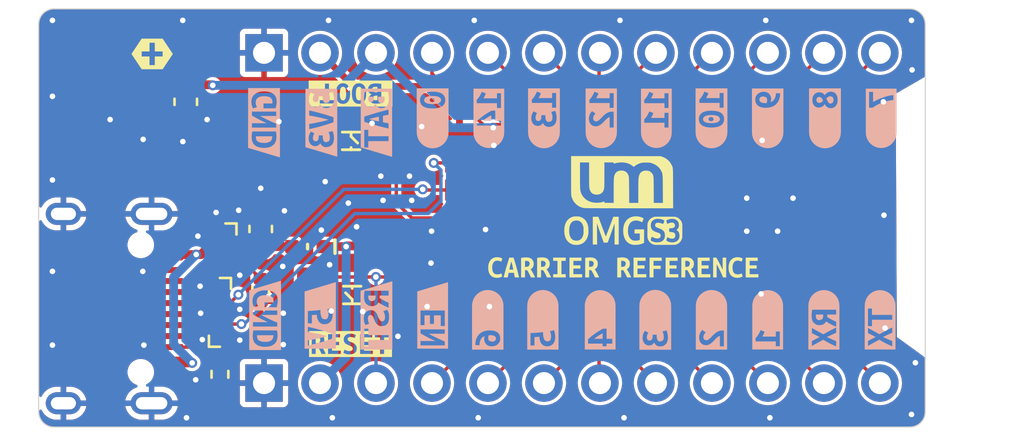
<source format=kicad_pcb>
(kicad_pcb (version 20240108) (generator "pcbnew") (generator_version "8.0")
  (layers (0 "F.Cu" signal) (31 "B.Cu" signal) (34 "B.Paste" user) (35 "F.Paste" user) (36 "B.SilkS" user "B.Silkscreen") (37 "F.SilkS" user "F.Silkscreen") (38 "B.Mask" user) (39 "F.Mask" user) (44 "Edge.Cuts" user))
  (net 0 "")
  (net 1 "/USB_P")
  (net 2 "GND")
  (net 3 "/5V")
  (net 4 "/D+")
  (net 5 "/D-")
  (net 6 "/CC2_USB0")
  (net 7 "/CC1_USB0")
  (net 8 "/IO0")
  (net 9 "/RESET")
  (net 10 "/BAT")
  (net 11 "/IO14")
  (net 12 "/IO8")
  (net 13 "/3V3")
  (net 14 "/IO11")
  (net 15 "/IO9")
  (net 16 "/IO12")
  (net 17 "/IO13")
  (net 18 "/IO10")
  (net 19 "/IO7")
  (net 20 "/IO3")
  (net 21 "/EN")
  (net 22 "/IO5")
  (net 23 "/IO2")
  (net 24 "/IO1")
  (net 25 "/RX0")
  (net 26 "/IO4")
  (net 27 "/IO6")
  (net 28 "/TX0")
  (footprint "Capacitor_SMD:C_0603_1608Metric" (layer "F.Cu") (at 124.85 101.5 -90)
    (property "Reference" "C1" (hide yes))
    (property "Value" "10uF" (hide yes))
    (pad "1" smd roundrect (at -0.775 0 270) (size 0.9 0.95) (layers "F.Cu" "F.Paste" "F.Mask") (net 2 "GND"))
    (pad "2" smd roundrect (at 0.775 0 270) (size 0.9 0.95) (layers "F.Cu" "F.Paste" "F.Mask") (net 1 "/USB_P"))
  )
  (footprint "Unexpected Maker:JST-PICOBLADE" (layer "F.Cu") (at 118.3164 95.775 90)
    (property "Reference" "J1" (hide yes))
    (property "Value" "Conn_01x02_Pin" (hide yes))
    (pad "1" smd roundrect (at -0.7 1.143 90) (size 0.65 1.524) (layers "F.Cu" "F.Paste" "F.Mask") (roundrect_rratio 0.1) (net 2 "GND"))
    (pad "2" smd roundrect (at 0.7 1.143 90) (size 0.65 1.524) (layers "F.Cu" "F.Paste" "F.Mask") (roundrect_rratio 0.1) (net 10 "/BAT"))
    (pad "SHLD1" smd roundrect (at -2.75 -1.0414 180) (size 2.8448 2.2) (layers "F.Cu" "F.Paste" "F.Mask") (roundrect_rratio 0.1))
    (pad "SHLD2" smd roundrect (at 2.75 -1.0414 180) (size 2.8448 2.2) (layers "F.Cu" "F.Paste" "F.Mask") (roundrect_rratio 0.1))
  )
  (footprint "Connector_PinHeader_2.54mm:PinHeader_1x12_P2.54mm_Vertical" (layer "F.Cu") (at 125 93.5 90)
    (property "Reference" "J2" (hide yes))
    (property "Value" "Conn_01x12_Socket" (hide yes))
    (pad "1" thru_hole rect (at 0 0 90) (size 1.7 1.7) (drill 1) (layers "*.Cu" "*.Mask") (net 2 "GND"))
    (pad "2" thru_hole oval (at 0 2.54 90) (size 1.7 1.7) (drill 1) (layers "*.Cu" "*.Mask") (net 13 "/3V3"))
    (pad "3" thru_hole oval (at 0 5.079999 90) (size 1.7 1.7) (drill 1) (layers "*.Cu" "*.Mask") (net 10 "/BAT"))
    (pad "4" thru_hole oval (at 0 7.62 90) (size 1.7 1.7) (drill 1) (layers "*.Cu" "*.Mask") (net 8 "/IO0"))
    (pad "5" thru_hole oval (at 0 10.16 90) (size 1.7 1.7) (drill 1) (layers "*.Cu" "*.Mask") (net 11 "/IO14"))
    (pad "6" thru_hole oval (at 0 12.7 90) (size 1.7 1.7) (drill 1) (layers "*.Cu" "*.Mask") (net 17 "/IO13"))
    (pad "7" thru_hole oval (at 0 15.24 90) (size 1.7 1.7) (drill 1) (layers "*.Cu" "*.Mask") (net 16 "/IO12"))
    (pad "8" thru_hole oval (at 0 17.780001 90) (size 1.7 1.7) (drill 1) (layers "*.Cu" "*.Mask") (net 14 "/IO11"))
    (pad "9" thru_hole oval (at 0 20.32 90) (size 1.7 1.7) (drill 1) (layers "*.Cu" "*.Mask") (net 18 "/IO10"))
    (pad "10" thru_hole oval (at 0 22.86 90) (size 1.7 1.7) (drill 1) (layers "*.Cu" "*.Mask") (net 15 "/IO9"))
    (pad "11" thru_hole oval (at 0 25.4 90) (size 1.7 1.7) (drill 1) (layers "*.Cu" "*.Mask") (net 12 "/IO8"))
    (pad "12" thru_hole oval (at 0 27.939999 90) (size 1.7 1.7) (drill 1) (layers "*.Cu" "*.Mask") (net 19 "/IO7"))
  )
  (footprint "Unexpected Maker:BTN_KMR2_4.6X2.8" (layer "F.Cu") (at 128.95 97.5)
    (property "Reference" "SW1" (hide yes))
    (property "Value" "KMR2" (hide yes))
    (pad "A" smd roundrect (at 2.05 -0.8) (size 0.9 0.9) (layers "F.Cu" "F.Paste" "F.Mask") (roundrect_rratio 0.1) (net 2 "GND"))
    (pad "A'" smd roundrect (at -2.05 -0.8) (size 0.9 0.9) (layers "F.Cu" "F.Paste" "F.Mask") (roundrect_rratio 0.1) (net 2 "GND"))
    (pad "B" smd roundrect (at 2.05 0.8) (size 0.9 0.9) (layers "F.Cu" "F.Paste" "F.Mask") (roundrect_rratio 0.1) (net 8 "/IO0"))
    (pad "B'" smd roundrect (at -2.05 0.8) (size 0.9 0.9) (layers "F.Cu" "F.Paste" "F.Mask") (roundrect_rratio 0.1) (net 8 "/IO0"))
  )
  (footprint "kibuzzard-66A3379E" (layer "F.Cu") (at 128.925 106.725)
    (property "Reference" "kibuzzard-66A3379E" (hide yes))
    (property "Value" "G***" (hide yes))
  )
  (footprint "kibuzzard-66C53217" (layer "F.Cu") (at 141.3 103.25)
    (property "Reference" "kibuzzard-66C53217" (hide yes))
    (property "Value" "G***" (hide yes))
  )
  (footprint "Resistor_SMD:R_0402_1005Metric" (layer "F.Cu") (at 123 108.1 90)
    (property "Reference" "R1" (hide yes))
    (property "Value" "5.1K" (hide yes))
    (pad "1" smd roundrect (at -0.509999 0 90) (size 0.54 0.64) (layers "F.Cu" "F.Paste" "F.Mask") (net 2 "GND"))
    (pad "2" smd roundrect (at 0.509999 0 90) (size 0.54 0.64) (layers "F.Cu" "F.Paste" "F.Mask") (net 6 "/CC2_USB0"))
  )
  (footprint "LOGO" (layer "F.Cu") (at 141.25 99.375)
    (property "Reference" "G***" (hide yes))
    (property "Value" "LOGO" (hide yes))
  )
  (footprint "Connector_PinHeader_2.54mm:PinHeader_1x12_P2.54mm_Vertical" (layer "F.Cu") (at 125 108.5 90)
    (property "Reference" "J3" (hide yes))
    (property "Value" "Conn_01x12_Socket" (hide yes))
    (pad "1" thru_hole rect (at 0 0 90) (size 1.7 1.7) (drill 1) (layers "*.Cu" "*.Mask") (net 2 "GND"))
    (pad "2" thru_hole oval (at 0 2.54 90) (size 1.7 1.7) (drill 1) (layers "*.Cu" "*.Mask") (net 3 "/5V"))
    (pad "3" thru_hole oval (at 0 5.08 90) (size 1.7 1.7) (drill 1) (layers "*.Cu" "*.Mask") (net 9 "/RESET"))
    (pad "4" thru_hole oval (at 0 7.62 90) (size 1.7 1.7) (drill 1) (layers "*.Cu" "*.Mask") (net 21 "/EN"))
    (pad "5" thru_hole oval (at 0 10.16 90) (size 1.7 1.7) (drill 1) (layers "*.Cu" "*.Mask") (net 27 "/IO6"))
    (pad "6" thru_hole oval (at 0 12.7 90) (size 1.7 1.7) (drill 1) (layers "*.Cu" "*.Mask") (net 22 "/IO5"))
    (pad "7" thru_hole oval (at 0 15.24 90) (size 1.7 1.7) (drill 1) (layers "*.Cu" "*.Mask") (net 26 "/IO4"))
    (pad "8" thru_hole oval (at 0 17.78 90) (size 1.7 1.7) (drill 1) (layers "*.Cu" "*.Mask") (net 20 "/IO3"))
    (pad "9" thru_hole oval (at 0 20.32 90) (size 1.7 1.7) (drill 1) (layers "*.Cu" "*.Mask") (net 23 "/IO2"))
    (pad "10" thru_hole oval (at 0 22.86 90) (size 1.7 1.7) (drill 1) (layers "*.Cu" "*.Mask") (net 24 "/IO1"))
    (pad "11" thru_hole oval (at 0 25.4 90) (size 1.7 1.7) (drill 1) (layers "*.Cu" "*.Mask") (net 25 "/RX0"))
    (pad "12" thru_hole oval (at 0 27.94 90) (size 1.7 1.7) (drill 1) (layers "*.Cu" "*.Mask") (net 28 "/TX0"))
  )
  (footprint "Resistor_SMD:R_0402_1005Metric" (layer "F.Cu") (at 124.85 104.275 90)
    (property "Reference" "R2" (hide yes))
    (property "Value" "5.1K" (hide yes))
    (pad "1" smd roundrect (at -0.509999 0 90) (size 0.54 0.64) (layers "F.Cu" "F.Paste" "F.Mask") (net 2 "GND"))
    (pad "2" smd roundrect (at 0.509999 0 90) (size 0.54 0.64) (layers "F.Cu" "F.Paste" "F.Mask") (net 7 "/CC1_USB0"))
  )
  (footprint "Unexpected Maker:BTN_KMR2_4.6X2.8" (layer "F.Cu") (at 129 104.5 180)
    (property "Reference" "SW2" (hide yes))
    (property "Value" "KMR2" (hide yes))
    (pad "A" smd roundrect (at 2.049999 -0.8 180) (size 0.9 0.9) (layers "F.Cu" "F.Paste" "F.Mask") (roundrect_rratio 0.1) (net 2 "GND"))
    (pad "A'" smd roundrect (at -2.049999 -0.8 180) (size 0.9 0.9) (layers "F.Cu" "F.Paste" "F.Mask") (roundrect_rratio 0.1) (net 2 "GND"))
    (pad "B" smd roundrect (at 2.049999 0.8 180) (size 0.9 0.9) (layers "F.Cu" "F.Paste" "F.Mask") (roundrect_rratio 0.1) (net 9 "/RESET"))
    (pad "B'" smd roundrect (at -2.049999 0.8 180) (size 0.9 0.9) (layers "F.Cu" "F.Paste" "F.Mask") (roundrect_rratio 0.1) (net 9 "/RESET"))
  )
  (footprint "kibuzzard-66A337D7" (layer "F.Cu") (at 128.925 95.35 180)
    (property "Reference" "kibuzzard-66A337D7" (hide yes))
    (property "Value" "G***" (hide yes))
  )
  (footprint "Unexpected Maker:X1-DFN1006-2" (layer "F.Cu") (at 123.25 101.95 -90)
    (property "Reference" "D2" (hide yes))
    (property "Value" "D_TVS" (hide yes))
    (pad "1" smd rect (at -0.349999 0 180) (size 0.7 0.4) (layers "F.Cu" "F.Paste" "F.Mask") (net 2 "GND"))
    (pad "2" smd rect (at 0.349999 0 180) (size 0.7 0.4) (layers "F.Cu" "F.Paste" "F.Mask") (net 1 "/USB_P"))
  )
  (footprint "Unexpected Maker:OMGS3" (layer "F.Cu") (at 133 106)
    (property "Reference" "U1" (hide yes))
    (property "Value" "~" (hide yes))
    (pad "1" smd rect (at 13.55 -0.88) (size 0.95 1.3) (layers "F.Cu" "F.Paste" "F.Mask") (net 28 "/TX0"))
    (pad "2" smd rect (at 12.28 -0.88) (size 0.95 1.3) (layers "F.Cu" "F.Paste" "F.Mask") (net 25 "/RX0"))
    (pad "3" smd rect (at 11.01 -0.88) (size 0.95 1.3) (layers "F.Cu" "F.Paste" "F.Mask") (net 24 "/IO1"))
    (pad "4" smd rect (at 9.74 -0.88) (size 0.95 1.3) (layers "F.Cu" "F.Paste" "F.Mask") (net 23 "/IO2"))
    (pad "5" smd rect (at 8.47 -0.88) (size 0.95 1.3) (layers "F.Cu" "F.Paste" "F.Mask") (net 20 "/IO3"))
    (pad "6" smd rect (at 7.2 -0.88) (size 0.95 1.3) (layers "F.Cu" "F.Paste" "F.Mask") (net 26 "/IO4"))
    (pad "7" smd rect (at 5.93 -0.88) (size 0.95 1.3) (layers "F.Cu" "F.Paste" "F.Mask") (net 22 "/IO5"))
    (pad "8" smd rect (at 4.66 -0.88) (size 0.95 1.3) (layers "F.Cu" "F.Paste" "F.Mask") (net 27 "/IO6"))
    (pad "9" smd rect (at 3.39 -0.88) (size 0.95 1.3) (layers "F.Cu" "F.Paste" "F.Mask") (net 21 "/EN"))
    (pad "10" smd rect (at 0.867 -0.99 90) (size 1.4 1.3) (layers "F.Cu" "F.Paste" "F.Mask") (net 2 "GND"))
    (pad "11" smd rect (at 0.867 -2.46 90) (size 0.95 1.3) (layers "F.Cu" "F.Paste" "F.Mask") (net 9 "/RESET"))
    (pad "12" smd rect (at 0.867 -3.73 90) (size 0.95 1.3) (layers "F.Cu" "F.Paste" "F.Mask") (net 3 "/5V"))
    (pad "13" smd rect (at 0.867 -5 90) (size 0.95 1.3) (layers "F.Cu" "F.Paste" "F.Mask") (net 8 "/IO0"))
    (pad "14" smd rect (at 0.867 -6.27 90) (size 0.95 1.3) (layers "F.Cu" "F.Paste" "F.Mask") (net 5 "/D-"))
    (pad "15" smd rect (at 0.867 -7.54 90) (size 0.95 1.3) (layers "F.Cu" "F.Paste" "F.Mask") (net 4 "/D+"))
    (pad "16" smd rect (at 0.867 -8.81 90) (size 0.95 1.3) (layers "F.Cu" "F.Paste" "F.Mask") (net 13 "/3V3"))
    (pad "17" smd rect (at 3.39 -9.12) (size 0.95 1.3) (layers "F.Cu" "F.Paste" "F.Mask") (net 10 "/BAT"))
    (pad "18" smd rect (at 4.66 -9.12) (size 0.95 1.3) (layers "F.Cu" "F.Paste" "F.Mask") (net 11 "/IO14"))
    (pad "19" smd rect (at 5.93 -9.12) (size 1 1.3) (layers "F.Cu" "F.Paste" "F.Mask") (net 17 "/IO13"))
    (pad "20" smd rect (at 7.2 -9.12) (size 0.95 1.3) (layers "F.Cu" "F.Paste" "F.Mask") (net 16 "/IO12"))
    (pad "21" smd rect (at 8.47 -9.12) (size 0.95 1.3) (layers "F.Cu" "F.Paste" "F.Mask") (net 14 "/IO11"))
    (pad "22" smd rect (at 9.74 -9.12) (size 0.95 1.3) (layers "F.Cu" "F.Paste" "F.Mask") (net 18 "/IO10"))
    (pad "23" smd rect (at 11.01 -9.12) (size 0.95 1.3) (layers "F.Cu" "F.Paste" "F.Mask") (net 15 "/IO9"))
    (pad "24" smd rect (at 12.28 -9.12) (size 0.95 1.3) (layers "F.Cu" "F.Paste" "F.Mask") (net 12 "/IO8"))
    (pad "25" smd rect (at 13.55 -9.12) (size 0.95 1.3) (layers "F.Cu" "F.Paste" "F.Mask") (net 19 "/IO7"))
    (pad "EXP" smd custom (at 15.307409 -5.1) (size 1.25 1.25) (layers "F.Cu" "F.Paste" "F.Mask") (net 2 "GND") (options (clearance outline) (anchor rect)) (primitives (gr_poly (pts (xy 1.06 0.2) (xy 0.2 1.04) (xy -1.65 1.04) (xy -1.65 -1.1) (xy 1.06 -1.1)) (width 0.1) (fill yes))))
  )
  (footprint "Unexpected Maker:USB-C-16P-LESSPASTE-2-Fixed-Sqr-Front" (layer "F.Cu") (at 117.188 105.115001 -90)
    (property "Reference" "U2" (hide yes))
    (property "Value" "USB_C16PIN" (hide yes))
    (pad "" np_thru_hole circle (at -2.890001 -2.22 270) (size 0.7 0.7) (drill 0.7) (layers "F&B.Cu" "*.Mask"))
    (pad "" np_thru_hole circle (at 2.890001 -2.22 270) (size 0.7 0.7) (drill 0.7) (layers "F&B.Cu" "*.Mask"))
    (pad "A5" smd roundrect (at -1.25 -3.51 90) (size 0.27 1.25) (layers "F.Cu" "F.Mask") (roundrect_rratio 0.1) (net 7 "/CC1_USB0"))
    (pad "A6" smd roundrect (at -0.25 -3.51 90) (size 0.27 1.25) (layers "F.Cu" "F.Mask") (roundrect_rratio 0.1) (net 4 "/D+"))
    (pad "A7" smd roundrect (at 0.25 -3.51 270) (size 0.27 1.25) (layers "F.Cu" "F.Mask") (roundrect_rratio 0.1) (net 5 "/D-"))
    (pad "A8" smd roundrect (at 1.25 -3.51 270) (size 0.27 1.25) (layers "F.Cu" "F.Mask") (roundrect_rratio 0.1))
    (pad "B5" smd roundrect (at 1.75 -3.51 270) (size 0.27 1.25) (layers "F.Cu" "F.Mask") (roundrect_rratio 0.1) (net 6 "/CC2_USB0"))
    (pad "B6" smd roundrect (at 0.75 -3.51 270) (size 0.27 1.25) (layers "F.Cu" "F.Mask") (roundrect_rratio 0.1) (net 4 "/D+"))
    (pad "B7" smd roundrect (at -0.75 -3.51 90) (size 0.27 1.25) (layers "F.Cu" "F.Mask") (roundrect_rratio 0.1) (net 5 "/D-"))
    (pad "B8" smd roundrect (at -1.75 -3.51 90) (size 0.27 1.25) (layers "F.Cu" "F.Mask") (roundrect_rratio 0.1))
    (pad "GND" smd roundrect (at -3.225 -3.51 90) (size 0.58 1.25) (layers "F.Cu" "F.Mask") (roundrect_rratio 0.1) (net 2 "GND"))
    (pad "GND2" smd roundrect (at 3.225 -3.51 270) (size 0.58 1.25) (layers "F.Cu" "F.Mask") (roundrect_rratio 0.1) (net 2 "GND"))
    (pad "SHLD" thru_hole oval (at -4.3 -2.71 270) (size 1 1.9) (drill oval 0.5588 1.43) (layers "*.Cu" "*.Mask") (net 2 "GND"))
    (pad "SHLD" thru_hole oval (at -4.3 1.29 270) (size 1 1.6) (drill oval 0.5588 1.14) (layers "*.Cu" "*.Mask") (net 2 "GND"))
    (pad "SHLD" thru_hole oval (at 4.3 -2.71 270) (size 1 1.9) (drill oval 0.5588 1.43) (layers "*.Cu" "*.Mask") (net 2 "GND"))
    (pad "SHLD" thru_hole oval (at 4.3 1.29 270) (size 1 1.6) (drill oval 0.5588 1.14) (layers "*.Cu" "*.Mask") (net 2 "GND"))
    (pad "VBUS1" smd roundrect (at -2.45 -3.51 90) (size 0.53 1.25) (layers "F.Cu" "F.Mask") (roundrect_rratio 0.1) (net 1 "/USB_P"))
    (pad "VBUS2" smd roundrect (at 2.45 -3.51 270) (size 0.53 1.25) (layers "F.Cu" "F.Mask") (roundrect_rratio 0.1) (net 1 "/USB_P"))
    (zone (net 0) (net_name "") (layers "F&B.Cu") (connect_pads (clearance 0)) (min_thickness 0.25)
      (keepout (tracks allowed) (vias allowed) (pads allowed) (copperpour not_allowed) (footprints allowed))
      (fill (thermal_gap 0.5) (thermal_bridge_width 0.5))
      (polygon (pts (xy 119.408 102.676886) (xy 119.535311 102.658581) (xy 119.652307 102.605151) (xy 119.749512 102.520922) (xy 119.819049 102.412721) (xy 119.855285 102.289311) (xy 119.855285 102.160691) (xy 119.819049 102.037281) (xy 119.749512 101.929078) (xy 119.652307 101.844851) (xy 119.535311 101.791422) (xy 119.408001 101.773116) (xy 119.28069 101.791421) (xy 119.163693 101.844851) (xy 119.066489 101.929079) (xy 118.996951 102.037281) (xy 118.960715 102.160691) (xy 118.960715 102.289311) (xy 118.996951 102.412721) (xy 119.066488 102.520922) (xy 119.163693 102.605151) (xy 119.280689 102.658581)))
    )
    (zone (net 0) (net_name "") (layers "F&B.Cu") (connect_pads (clearance 0)) (min_thickness 0.25)
      (keepout (tracks allowed) (vias allowed) (pads allowed) (copperpour not_allowed) (footprints allowed))
      (fill (thermal_gap 0.5) (thermal_bridge_width 0.5))
      (polygon (pts (xy 119.408 108.453306) (xy 119.535311 108.435001) (xy 119.652307 108.381571) (xy 119.749512 108.297343) (xy 119.819049 108.189141) (xy 119.855285 108.065731) (xy 119.855285 107.937111) (xy 119.81905 107.813701) (xy 119.749512 107.705499) (xy 119.652307 107.621271) (xy 119.535311 107.567841) (xy 119.408 107.549536) (xy 119.280689 107.567841) (xy 119.163692 107.621271) (xy 119.066488 107.705499) (xy 118.996951 107.813702) (xy 118.960715 107.937111) (xy 118.960715 108.065731) (xy 118.996951 108.189141) (xy 119.066488 108.297343) (xy 119.163693 108.381571) (xy 119.280689 108.435001)))
    )
  )
  (footprint "kibuzzard-66C531C2" (layer "F.Cu") (at 119.925 93.55)
    (property "Reference" "kibuzzard-66C531C2" (hide yes))
    (property "Value" "G***" (hide yes))
  )
  (footprint "LOGO" (layer "F.Cu") (at 141.3 101.575)
    (property "Reference" "G***" (hide yes))
    (property "Value" "LOGO" (hide yes))
  )
  (footprint "Capacitor_SMD:C_0603_1608Metric" (layer "F.Cu") (at 121.45 95.725 90)
    (property "Reference" "C2" (hide yes))
    (property "Value" "10uF" (hide yes))
    (pad "1" smd roundrect (at -0.775 0 90) (size 0.9 0.95) (layers "F.Cu" "F.Paste" "F.Mask") (net 2 "GND"))
    (pad "2" smd roundrect (at 0.775 0 90) (size 0.9 0.95) (layers "F.Cu" "F.Paste" "F.Mask") (net 10 "/BAT"))
  )
  (footprint "Unexpected Maker:SOD-523-MSK4010" (layer "F.Cu") (at 126.975 102.3)
    (property "Reference" "D1" (hide yes))
    (property "Value" "DIODE-SCHOTTKYWIDE" (hide yes))
    (pad "A" smd roundrect (at -0.71 0) (size 0.6 0.6) (layers "F.Cu" "F.Paste" "F.Mask") (roundrect_rratio 0.1) (net 1 "/USB_P"))
    (pad "C" smd roundrect (at 0.71 0) (size 0.6 0.6) (layers "F.Cu" "F.Paste" "F.Mask") (roundrect_rratio 0.1) (net 3 "/5V"))
  )
  (footprint "Unexpected Maker:X1-DFN1006-2" (layer "F.Cu") (at 123 106.15 90)
    (property "Reference" "D3" (hide yes))
    (property "Value" "D_TVS" (hide yes))
    (pad "1" smd rect (at -0.349999 0) (size 0.7 0.4) (layers "F.Cu" "F.Paste" "F.Mask") (net 2 "GND"))
    (pad "2" smd rect (at 0.349999 0) (size 0.7 0.4) (layers "F.Cu" "F.Paste" "F.Mask") (net 4 "/D+"))
  )
  (footprint "Unexpected Maker:X1-DFN1006-2" (layer "F.Cu") (at 123 104.425 -90)
    (property "Reference" "D4" (hide yes))
    (property "Value" "D_TVS" (hide yes))
    (pad "1" smd rect (at -0.349999 0 180) (size 0.7 0.4) (layers "F.Cu" "F.Paste" "F.Mask") (net 2 "GND"))
    (pad "2" smd rect (at 0.349999 0 180) (size 0.7 0.4) (layers "F.Cu" "F.Paste" "F.Mask") (net 5 "/D-"))
  )
  (footprint "kibuzzard-66BFF9F9" (layer "B.Cu") (at 132.649999 96.475 -90)
    (property "Reference" "kibuzzard-66BFF9F9" (hide yes))
    (property "Value" "G***" (hide yes))
  )
  (footprint "kibuzzard-66BFFA07" (layer "B.Cu") (at 142.8 96.475 -90)
    (property "Reference" "kibuzzard-66BFFA07" (hide yes))
    (property "Value" "G***" (hide yes))
  )
  (footprint "kibuzzard-66BFFB12" (layer "B.Cu") (at 127.55 105.425001 -90)
    (property "Reference" "kibuzzard-66BFFB12" (hide yes))
    (property "Value" "G***" (hide yes))
  )
  (footprint "kibuzzard-66BFFA1D" (layer "B.Cu") (at 150.449999 96.475001 -90)
    (property "Reference" "kibuzzard-66BFFA1D" (hide yes))
    (property "Value" "G***" (hide yes))
  )
  (footprint "kibuzzard-66BFF9E6" (layer "B.Cu") (at 125 96.675001 -90)
    (property "Reference" "kibuzzard-66BFF9E6" (hide yes))
    (property "Value" "G***" (hide yes))
  )
  (footprint "kibuzzard-66BFFB54" (layer "B.Cu") (at 145.3 105.625 -90)
    (property "Reference" "kibuzzard-66BFFB54" (hide yes))
    (property "Value" "G***" (hide yes))
  )
  (footprint "kibuzzard-66BFFB58" (layer "B.Cu") (at 147.850001 105.625 -90)
    (property "Reference" "kibuzzard-66BFFB58" (hide yes))
    (property "Value" "G***" (hide yes))
  )
  (footprint "kibuzzard-66BFFB52" (layer "B.Cu") (at 142.75 105.625 -90)
    (property "Reference" "kibuzzard-66BFFB52" (hide yes))
    (property "Value" "G***" (hide yes))
  )
  (footprint "kibuzzard-66BFFA03" (layer "B.Cu") (at 140.299999 96.475002 -90)
    (property "Reference" "kibuzzard-66BFFA03" (hide yes))
    (property "Value" "G***" (hide yes))
  )
  (footprint "kibuzzard-66BFFA19" (layer "B.Cu") (at 147.85 96.475 -90)
    (property "Reference" "kibuzzard-66BFFA19" (hide yes))
    (property "Value" "G***" (hide yes))
  )
  (footprint "kibuzzard-66BFFAE0" (layer "B.Cu") (at 132.65 105.425 -90)
    (property "Reference" "kibuzzard-66BFFAE0" (hide yes))
    (property "Value" "G***" (hide yes))
  )
  (footprint "kibuzzard-66BFFAF9" (layer "B.Cu") (at 130.1 105.425 -90)
    (property "Reference" "kibuzzard-66BFFAF9" (hide yes))
    (property "Value" "G***" (hide yes))
  )
  (footprint "kibuzzard-66BFFB21" (layer "B.Cu") (at 152.95 105.625 -90)
    (property "Reference" "kibuzzard-66BFFB21" (hide yes))
    (property "Value" "G***" (hide yes))
  )
  (footprint "kibuzzard-66BFFB0C" (layer "B.Cu") (at 125.05 105.425001 -90)
    (property "Reference" "kibuzzard-66BFFB0C" (hide yes))
    (property "Value" "G***" (hide yes))
  )
  (footprint "kibuzzard-66BFFB47" (layer "B.Cu") (at 135.15 105.625 -90)
    (property "Reference" "kibuzzard-66BFFB47" (hide yes))
    (property "Value" "G***" (hide yes))
  )
  (footprint "kibuzzard-66BFF9F3" (layer "B.Cu") (at 135.199998 96.475001 -90)
    (property "Reference" "kibuzzard-66BFF9F3" (hide yes))
    (property "Value" "G***" (hide yes))
  )
  (footprint "kibuzzard-66BFF9FE" (layer "B.Cu") (at 137.699998 96.475001 -90)
    (property "Reference" "kibuzzard-66BFF9FE" (hide yes))
    (property "Value" "G***" (hide yes))
  )
  (footprint "kibuzzard-66BFF9DF" (layer "B.Cu") (at 130.1 96.675 -90)
    (property "Reference" "kibuzzard-66BFF9DF" (hide yes))
    (property "Value" "G***" (hide yes))
  )
  (footprint "kibuzzard-66BFFA21" (layer "B.Cu") (at 152.999999 96.475 -90)
    (property "Reference" "kibuzzard-66BFFA21" (hide yes))
    (property "Value" "G***" (hide yes))
  )
  (footprint "kibuzzard-66BFFB5D" (layer "B.Cu") (at 150.4 105.625 -90)
    (property "Reference" "kibuzzard-66BFFB5D" (hide yes))
    (property "Value" "G***" (hide yes))
  )
  (footprint "kibuzzard-66BFFB4C" (layer "B.Cu") (at 137.649998 105.625 -90)
    (property "Reference" "kibuzzard-66BFFB4C" (hide yes))
    (property "Value" "G***" (hide yes))
  )
  (footprint "kibuzzard-66BFF9CC" (layer "B.Cu") (at 127.6 96.675 -90)
    (property "Reference" "kibuzzard-66BFF9CC" (hide yes))
    (property "Value" "G***" (hide yes))
  )
  (footprint "kibuzzard-66BFFA15" (layer "B.Cu") (at 145.3 96.475 -90)
    (property "Reference" "kibuzzard-66BFFA15" (hide yes))
    (property "Value" "G***" (hide yes))
  )
  (footprint "kibuzzard-66BFFB4F" (layer "B.Cu") (at 140.25 105.625 -90)
    (property "Reference" "kibuzzard-66BFFB4F" (hide yes))
    (property "Value" "G***" (hide yes))
  )
  (gr_arc (start 115.475 110.5) (mid 114.980025 110.294975) (end 114.775 109.8) (stroke (width 0.05)) (layer "Edge.Cuts"))
  (gr_arc (start 114.775 92.2) (mid 114.980025 91.705025) (end 115.475 91.5) (stroke (width 0.05)) (layer "Edge.Cuts"))
  (gr_arc (start 154.3 91.5) (mid 154.794975 91.705025) (end 155 92.2) (stroke (width 0.05)) (layer "Edge.Cuts"))
  (gr_line (start 155 109.8) (end 155 92.2) (stroke (width 0.05)) (layer "Edge.Cuts"))
  (gr_line (start 114.775 92.2) (end 114.775 109.8) (stroke (width 0.05)) (layer "Edge.Cuts"))
  (gr_line (start 115.475 110.5) (end 154.3 110.5) (stroke (width 0.05)) (layer "Edge.Cuts"))
  (gr_arc (start 155 109.8) (mid 154.794975 110.294975) (end 154.3 110.5) (stroke (width 0.05)) (layer "Edge.Cuts"))
  (gr_line (start 154.3 91.5) (end 115.475 91.5) (stroke (width 0.05)) (layer "Edge.Cuts"))
  (segment (start 122.139999 102.660001) (end 122.500001 102.299999) (width 0.4) (layer "F.Cu") (net 1))
  (segment (start 122.500001 102.299999) (end 123.25 102.299999) (width 0.4) (layer "F.Cu") (net 1))
  (segment (start 121.92 102.665001) (end 120.698 102.665001) (width 0.4) (layer "F.Cu") (net 1))
  (segment (start 121.925 102.660001) (end 121.92 102.665001) (width 0.4) (layer "F.Cu") (net 1))
  (segment (start 120.716809 107.58381) (end 120.698 107.565001) (width 0.4) (layer "F.Cu") (net 1))
  (segment (start 124.825001 102.299999) (end 124.85 102.275) (width 0.4) (layer "F.Cu") (net 1))
  (segment (start 124.875 102.3) (end 126.265 102.3) (width 0.4) (layer "F.Cu") (net 1))
  (segment (start 123.25 102.299999) (end 124.825001 102.299999) (width 0.4) (layer "F.Cu") (net 1))
  (segment (start 121.74119 107.58381) (end 120.716809 107.58381) (width 0.4) (layer "F.Cu") (net 1))
  (segment (start 121.925 102.660001) (end 122.139999 102.660001) (width 0.4) (layer "F.Cu") (net 1))
  (segment (start 124.85 102.275) (end 124.875 102.3) (width 0.4) (layer "F.Cu") (net 1))
  (via (at 121.925 102.660001) (size 0.45) (drill 0.254) (layers "F.Cu" "B.Cu") (net 1))
  (via (at 121.74119 107.58381) (size 0.45) (drill 0.254) (layers "F.Cu" "B.Cu") (net 1))
  (segment (start 121.925 102.660001) (end 120.9 103.685001) (width 0.4) (layer "B.Cu") (net 1))
  (segment (start 120.9 106.74262) (end 121.74119 107.58381) (width 0.4) (layer "B.Cu") (net 1))
  (segment (start 120.9 103.685001) (end 120.9 106.74262) (width 0.4) (layer "B.Cu") (net 1))
  (via (at 141.15 92.025) (size 0.45) (drill 0.254) (layers "F.Cu" "B.Cu") (net 2))
  (via (at 122.125 105.325) (size 0.45) (drill 0.254) (layers "F.Cu" "B.Cu") (net 2))
  (via (at 146.9 101.6) (size 0.45) (drill 0.254) (layers "F.Cu" "B.Cu") (net 2))
  (via (at 135.225 105.025) (size 0.45) (drill 0.254) (layers "F.Cu" "B.Cu") (net 2))
  (via (at 115.4 99.275) (size 0.45) (drill 0.254) (layers "F.Cu" "B.Cu") (net 2))
  (via (at 123.9 106.55) (size 0.45) (drill 0.254) (layers "F.Cu" "B.Cu") (net 2))
  (via (at 127.6 101.55) (size 0.45) (drill 0.254) (layers "F.Cu" "B.Cu") (net 2))
  (via (at 149 100.1) (size 0.45) (drill 0.254) (layers "F.Cu" "B.Cu") (net 2))
  (via (at 147.6 97.475) (size 0.45) (drill 0.254) (layers "F.Cu" "B.Cu") (net 2))
  (via (at 131.075 106.375) (size 0.45) (drill 0.254) (layers "F.Cu" "B.Cu") (net 2))
  (via (at 154.4 94.275) (size 0.45) (drill 0.254) (layers "F.Cu" "B.Cu") (net 2))
  (via (at 122.1 104.1) (size 0.45) (drill 0.254) (layers "F.Cu" "B.Cu") (net 2))
  (via (at 135.05 101.525) (size 0.45) (drill 0.254) (layers "F.Cu" "B.Cu") (net 2))
  (via (at 130.4 100.2) (size 0.45) (drill 0.254) (layers "F.Cu" "B.Cu") (net 2))
  (via (at 115.4 106.775) (size 0.45) (drill 0.254) (layers "F.Cu" "B.Cu") (net 2))
  (via (at 131.7 100.2) (size 0.45) (drill 0.254) (layers "F.Cu" "B.Cu") (net 2))
  (via (at 154.55 107.575) (size 0.45) (drill 0.254) (layers "F.Cu" "B.Cu") (net 2))
  (via (at 122.2 106.525) (size 0.45) (drill 0.254) (layers "F.Cu" "B.Cu") (net 2))
  (via (at 123.9 103.6) (size 0.45) (drill 0.254) (layers "F.Cu" "B.Cu") (net 2))
  (via (at 122.825 100.75) (size 0.45) (drill 0.254) (layers "F.Cu" "B.Cu") (net 2))
  (via (at 125.85 103.2) (size 0.45) (drill 0.254) (layers "F.Cu" "B.Cu") (net 2))
  (via (at 124.85 99.65) (size 0.45) (drill 0.254) (layers "F.Cu" "B.Cu") (net 2))
  (via (at 121.3125 92.025) (size 0.45) (drill 0.254) (layers "F.Cu" "B.Cu") (net 2))
  (via (at 154.375 109.925) (size 0.45) (drill 0.254) (layers "F.Cu" "B.Cu") (net 2))
  (via (at 134.716668 110.075) (size 0.45) (drill 0.254) (layers "F.Cu" "B.Cu") (net 2))
  (via (at 153.175 106) (size 0.45) (drill 0.254) (layers "F.Cu" "B.Cu") (net 2))
  (via (at 132.15 96.85) (size 0.45) (drill 0.254) (layers "F.Cu" "B.Cu") (net 2))
  (via (at 125.875 106.75) (size 0.45) (drill 0.254) (layers "F.Cu" "B.Cu") (net 2))
  (via (at 153.1 95.725) (size 0.45) (drill 0.254) (layers "F.Cu" "B.Cu") (net 2))
  (via (at 147.7625 92.025) (size 0.45) (drill 0.254) (layers "F.Cu" "B.Cu") (net 2))
  (via (at 127.975 103.125) (size 0.45) (drill 0.254) (layers "F.Cu" "B.Cu") (net 2))
  (via (at 125.875 105.325) (size 0.45) (drill 0.254) (layers "F.Cu" "B.Cu") (net 2))
  (via (at 148.3 101.6) (size 0.45) (drill 0.254) (layers "F.Cu" "B.Cu") (net 2))
  (via (at 128.05 105.225) (size 0.45) (drill 0.254) (layers "F.Cu" "B.Cu") (net 2))
  (via (at 121.483336 110.075) (size 0.45) (drill 0.254) (layers "F.Cu" "B.Cu") (net 2))
  (via (at 147.95 110.075) (size 0.45) (drill 0.254) (layers "F.Cu" "B.Cu") (net 2))
  (via (at 125.925 100.675) (size 0.45) (drill 0.254) (layers "F.Cu" "B.Cu") (net 2))
  (via (at 125.675 96.625) (size 0.45) (drill 0.254) (layers "F.Cu" "B.Cu") (net 2))
  (via (at 127.925 92.025) (size 0.45) (drill 0.254) (layers "F.Cu" "B.Cu") (net 2))
  (via (at 115.4 92.025) (size 0.45) (drill 0.254) (layers "F.Cu" "B.Cu") (net 2))
  (via (at 123.85 100.65) (size 0.45) (drill 0.254) (layers "F.Cu" "B.Cu") (net 2))
  (via (at 134.5375 92.025) (size 0.45) (drill 0.254) (layers "F.Cu" "B.Cu") (net 2))
  (via (at 119.55 106.775) (size 0.45) (drill 0.254) (layers "F.Cu" "B.Cu") (net 2))
  (via (at 128.825 100.325) (size 0.45) (drill 0.254) (layers "F.Cu" "B.Cu") (net 2))
  (via (at 128.100002 110.075) (size 0.45) (drill 0.254) (layers "F.Cu" "B.Cu") (net 2))
  (via (at 115.4 95.475) (size 0.45) (drill 0.254) (layers "F.Cu" "B.Cu") (net 2))
  (via (at 129.2 101.4) (size 0.45) (drill 0.254) (layers "F.Cu" "B.Cu") (net 2))
  (via (at 130.3 99.1) (size 0.45) (drill 0.254) (layers "F.Cu" "B.Cu") (net 2))
  (via (at 121.317 97.53) (size 0.45) (drill 0.254) (layers "F.Cu" "B.Cu") (net 2))
  (via (at 132.6 101.6) (size 0.45) (drill 0.254) (layers "F.Cu" "B.Cu") (net 2))
  (via (at 135.425 97.7) (size 0.45) (drill 0.254) (layers "F.Cu" "B.Cu") (net 2))
  (via (at 121.9 108.35) (size 0.45) (drill 0.254) (layers "F.Cu" "B.Cu") (net 2))
  (via (at 129.475 105.25) (size 0.45) (drill 0.254) (layers "F.Cu" "B.Cu") (net 2))
  (via (at 154.375 92.025) (size 0.45) (drill 0.254) (layers "F.Cu" "B.Cu") (net 2))
  (via (at 123.9 105.15) (size 0.45) (drill 0.254) (layers "F.Cu" "B.Cu") (net 2))
  (via (at 146.9 100.1) (size 0.45) (drill 0.254) (layers "F.Cu" "B.Cu") (net 2))
  (via (at 141.333334 110.075) (size 0.45) (drill 0.254) (layers "F.Cu" "B.Cu") (net 2))
  (via (at 129.9 96.7) (size 0.45) (drill 0.254) (layers "F.Cu" "B.Cu") (net 2))
  (via (at 115.4 103.425) (size 0.45) (drill 0.254) (layers "F.Cu" "B.Cu") (net 2))
  (via (at 132.575 103.05) (size 0.45) (drill 0.254) (layers "F.Cu" "B.Cu") (net 2))
  (via (at 119.5 103.425) (size 0.45) (drill 0.254) (layers "F.Cu" "B.Cu") (net 2))
  (via (at 122 101.825) (size 0.45) (drill 0.254) (layers "F.Cu" "B.Cu") (net 2))
  (via (at 132.4 105.025) (size 0.45) (drill 0.254) (layers "F.Cu" "B.Cu") (net 2))
  (via (at 122.417 96.53) (size 0.45) (drill 0.254) (layers "F.Cu" "B.Cu") (net 2))
  (via (at 118.017 96.53) (size 0.45) (drill 0.254) (layers "F.Cu" "B.Cu") (net 2))
  (via (at 119.517 97.429999) (size 0.45) (drill 0.254) (layers "F.Cu" "B.Cu") (net 2))
  (via (at 127.775 99.35) (size 0.45) (drill 0.254) (layers "F.Cu" "B.Cu") (net 2))
  (via (at 153.125 100.875) (size 0.45) (drill 0.254) (layers "F.Cu" "B.Cu") (net 2))
  (via (at 147.55 104.45) (size 0.45) (drill 0.254) (layers "F.Cu" "B.Cu") (net 2))
  (via (at 131.6 99.1) (size 0.45) (drill 0.254) (layers "F.Cu" "B.Cu") (net 2))
  (segment (start 128.725 102.3) (end 128.755 102.27) (width 0.4) (layer "F.Cu") (net 3))
  (segment (start 128.725 102.3) (end 127.685 102.3) (width 0.4) (layer "F.Cu") (net 3))
  (segment (start 128.755 102.27) (end 133.867 102.27) (width 0.4) (layer "F.Cu") (net 3))
  (via (at 128.725 102.3) (size 0.45) (drill 0.254) (layers "F.Cu" "B.Cu") (net 3))
  (segment (start 128.725 107.315) (end 127.54 108.5) (width 0.4) (layer "B.Cu") (net 3))
  (segment (start 128.725 102.3) (end 128.725 107.315) (width 0.4) (layer "B.Cu") (net 3))
  (segment (start 120.698 105.865001) (end 120.06133 105.865001) (width 0.154) (layer "F.Cu") (net 4))
  (segment (start 119.796 105.599671) (end 119.796 105.104101) (width 0.154) (layer "F.Cu") (net 4))
  (segment (start 120.06133 105.865001) (end 119.796 105.599671) (width 0.154) (layer "F.Cu") (net 4))
  (segment (start 120.698 105.865001) (end 122.935 105.865001) (width 0.154) (layer "F.Cu") (net 4))
  (segment (start 122.935 105.865001) (end 123 105.800001) (width 0.154) (layer "F.Cu") (net 4))
  (segment (start 123.975 105.820001) (end 123.02 105.820001) (width 0.154) (layer "F.Cu") (net 4))
  (segment (start 133.827 98.5) (end 133.867 98.46) (width 0.154) (layer "F.Cu") (net 4))
  (segment (start 120.0351 104.865001) (end 120.698 104.865001) (width 0.154) (layer "F.Cu") (net 4))
  (segment (start 132.7 98.5) (end 133.827 98.5) (width 0.154) (layer "F.Cu") (net 4))
  (segment (start 119.796 105.104101) (end 120.0351 104.865001) (width 0.154) (layer "F.Cu") (net 4))
  (segment (start 123.02 105.820001) (end 123 105.800001) (width 0.154) (layer "F.Cu") (net 4))
  (via (at 123.975 105.820001) (size 0.45) (drill 0.254) (layers "F.Cu" "B.Cu") (net 4))
  (via (at 132.7 98.5) (size 0.45) (drill 0.254) (layers "F.Cu" "B.Cu") (net 4))
  (segment (start 132.7 98.5) (end 133.025 98.825) (width 0.154) (layer "B.Cu") (net 4))
  (segment (start 124.1 105.820001) (end 123.975 105.820001) (width 0.154) (layer "B.Cu") (net 4))
  (segment (start 133.025 100.225) (end 132.45 100.8) (width 0.154) (layer "B.Cu") (net 4))
  (segment (start 133.025 98.825) (end 133.025 100.225) (width 0.154) (layer "B.Cu") (net 4))
  (segment (start 132.45 100.8) (end 129.120001 100.8) (width 0.154) (layer "B.Cu") (net 4))
  (segment (start 129.120001 100.8) (end 124.1 105.820001) (width 0.154) (layer "B.Cu") (net 4))
  (segment (start 121.6 104.775) (end 121.6 104.619901) (width 0.154) (layer "F.Cu") (net 5))
  (segment (start 121.6 105.020001) (end 121.6 104.775) (width 0.154) (layer "F.Cu") (net 5))
  (segment (start 120.698 105.365001) (end 121.33467 105.365001) (width 0.154) (layer "F.Cu") (net 5))
  (segment (start 121.3451 104.365001) (end 120.698 104.365001) (width 0.154) (layer "F.Cu") (net 5))
  (segment (start 121.6 105.099671) (end 121.6 105.020001) (width 0.154) (layer "F.Cu") (net 5))
  (segment (start 121.33467 105.365001) (end 121.6 105.099671) (width 0.154) (layer "F.Cu") (net 5))
  (segment (start 123.545001 104.774999) (end 123 104.774999) (width 0.154) (layer "F.Cu") (net 5))
  (segment (start 132.23 99.73) (end 133.867 99.73) (width 0.154) (layer "F.Cu") (net 5))
  (segment (start 132.2 99.7) (end 132.23 99.73) (width 0.154) (layer "F.Cu") (net 5))
  (segment (start 123 104.774999) (end 121.600001 104.774999) (width 0.154) (layer "F.Cu") (net 5))
  (segment (start 123.835 104.485) (end 123.545001 104.774999) (width 0.154) (layer "F.Cu") (net 5))
  (segment (start 121.6 104.619901) (end 121.3451 104.365001) (width 0.154) (layer "F.Cu") (net 5))
  (segment (start 121.600001 104.774999) (end 121.6 104.775) (width 0.154) (layer "F.Cu") (net 5))
  (via (at 123.835 104.485) (size 0.45) (drill 0.254) (layers "F.Cu" "B.Cu") (net 5))
  (via (at 132.2 99.7) (size 0.45) (drill 0.254) (layers "F.Cu" "B.Cu") (net 5))
  (segment (start 123.835 104.485) (end 123.835001 104.485) (width 0.154) (layer "B.Cu") (net 5))
  (segment (start 128.620001 99.7) (end 132.2 99.7) (width 0.154) (layer "B.Cu") (net 5))
  (segment (start 123.835001 104.485) (end 128.620001 99.7) (width 0.154) (layer "B.Cu") (net 5))
  (segment (start 121.665001 106.865001) (end 122.390001 107.590001) (width 0.154) (layer "F.Cu") (net 6))
  (segment (start 122.390001 107.590001) (end 123 107.590001) (width 0.154) (layer "F.Cu") (net 6))
  (segment (start 120.698 106.865001) (end 121.665001 106.865001) (width 0.154) (layer "F.Cu") (net 6))
  (segment (start 122.3875 103.025) (end 124.109999 103.025) (width 0.154) (layer "F.Cu") (net 7))
  (segment (start 120.698 103.865001) (end 121.547499 103.865001) (width 0.154) (layer "F.Cu") (net 7))
  (segment (start 124.109999 103.025) (end 124.85 103.765001) (width 0.154) (layer "F.Cu") (net 7))
  (segment (start 121.547499 103.865001) (end 122.3875 103.025) (width 0.154) (layer "F.Cu") (net 7))
  (segment (start 134.6 101) (end 134.9 100.7) (width 0.154) (layer "F.Cu") (net 8))
  (segment (start 134.9 96.725) (end 132.62 94.445) (width 0.154) (layer "F.Cu") (net 8))
  (segment (start 132.62 94.445) (end 132.62 93.5) (width 0.154) (layer "F.Cu") (net 8))
  (segment (start 131 98.5) (end 131 100.3) (width 0.154) (layer "F.Cu") (net 8))
  (segment (start 131 100.3) (end 131.7 101) (width 0.154) (layer "F.Cu") (net 8))
  (segment (start 134.9 100.7) (end 134.9 96.725) (width 0.154) (layer "F.Cu") (net 8))
  (segment (start 131.7 101) (end 133.867 101) (width 0.154) (layer "F.Cu") (net 8))
  (segment (start 133.867 101) (end 134.6 101) (width 0.154) (layer "F.Cu") (net 8))
  (segment (start 131 98.3) (end 126.9 98.3) (width 0.154) (layer "F.Cu") (net 8))
  (segment (start 131.049999 103.7) (end 131.049999 103.705001) (width 0.154) (layer "F.Cu") (net 9))
  (segment (start 126.950001 103.68) (end 130.075 103.68) (width 0.154) (layer "F.Cu") (net 9))
  (segment (start 133.727 103.68) (end 133.867 103.54) (width 0.154) (layer "F.Cu") (net 9))
  (segment (start 130.075 103.68) (end 131.029999 103.68) (width 0.154) (layer "F.Cu") (net 9))
  (segment (start 131.049999 103.68) (end 133.727 103.68) (width 0.154) (layer "F.Cu") (net 9))
  (segment (start 131.029999 103.68) (end 131.049999 103.7) (width 0.154) (layer "F.Cu") (net 9))
  (via (at 130.075 103.68) (size 0.45) (drill 0.254) (layers "F.Cu" "B.Cu") (net 9))
  (segment (start 130.08 103.685) (end 130.075 103.68) (width 0.154) (layer "B.Cu") (net 9))
  (segment (start 130.08 108.5) (end 130.08 103.685) (width 0.154) (layer "B.Cu") (net 9))
  (segment (start 122.675 94.975) (end 122.65 94.95) (width 0.4) (layer "F.Cu") (net 10))
  (segment (start 119.4594 95.074999) (end 121.325001 95.074999) (width 0.4) (layer "F.Cu") (net 10))
  (segment (start 135.42 96.88) (end 136.39 96.88) (width 0.4) (layer "F.Cu") (net 10))
  (segment (start 135.4 96.9) (end 135.42 96.88) (width 0.4) (layer "F.Cu") (net 10))
  (segment (start 122.65 94.95) (end 121.45 94.95) (width 0.4) (layer "F.Cu") (net 10))
  (segment (start 121.325001 95.074999) (end 121.45 94.95) (width 0.4) (layer "F.Cu") (net 10))
  (via (at 135.4 96.9) (size 0.45) (drill 0.254) (layers "F.Cu" "B.Cu") (net 10))
  (via (at 122.675 94.975) (size 0.45) (drill 0.254) (layers "F.Cu" "B.Cu") (net 10))
  (segment (start 122.675 94.975) (end 128.604999 94.975) (width 0.4) (layer "B.Cu") (net 10))
  (segment (start 133.479999 96.9) (end 130.079999 93.5) (width 0.4) (layer "B.Cu") (net 10))
  (segment (start 135.4 96.9) (end 133.479999 96.9) (width 0.4) (layer "B.Cu") (net 10))
  (segment (start 128.604999 94.975) (end 130.079999 93.5) (width 0.4) (layer "B.Cu") (net 10))
  (segment (start 137.66 96.88) (end 137.66 96) (width 0.154) (layer "F.Cu") (net 11))
  (segment (start 137.66 96) (end 135.16 93.5) (width 0.154) (layer "F.Cu") (net 11))
  (segment (start 145.28 96.076) (end 145.403 95.953) (width 0.154) (layer "F.Cu") (net 12))
  (segment (start 147.947 95.953) (end 150.4 93.5) (width 0.154) (layer "F.Cu") (net 12))
  (segment (start 145.403 95.953) (end 147.947 95.953) (width 0.154) (layer "F.Cu") (net 12))
  (segment (start 145.28 96.88) (end 145.28 96.076) (width 0.154) (layer "F.Cu") (net 12))
  (segment (start 127.54 93.5) (end 129.065 95.025) (width 0.308) (layer "F.Cu") (net 13))
  (segment (start 133.867 96.377) (end 133.867 97.19) (width 0.308) (layer "F.Cu") (net 13))
  (segment (start 129.065 95.025) (end 132.515 95.025) (width 0.308) (layer "F.Cu") (net 13))
  (segment (start 132.515 95.025) (end 133.867 96.377) (width 0.308) (layer "F.Cu") (net 13))
  (segment (start 141.47 94.810001) (end 142.780001 93.5) (width 0.154) (layer "F.Cu") (net 14))
  (segment (start 141.47 96.88) (end 141.47 94.810001) (width 0.154) (layer "F.Cu") (net 14))
  (segment (start 144.01 96.076) (end 144.487 95.599) (width 0.154) (layer "F.Cu") (net 15))
  (segment (start 145.761 95.599) (end 147.86 93.5) (width 0.154) (layer "F.Cu") (net 15))
  (segment (start 144.487 95.599) (end 145.761 95.599) (width 0.154) (layer "F.Cu") (net 15))
  (segment (start 144.01 96.88) (end 144.01 96.076) (width 0.154) (layer "F.Cu") (net 15))
  (segment (start 140.2 93.54) (end 140.24 93.5) (width 0.154) (layer "F.Cu") (net 16))
  (segment (start 140.2 96.88) (end 140.2 93.54) (width 0.154) (layer "F.Cu") (net 16))
  (segment (start 138.93 96.88) (end 138.93 94.73) (width 0.154) (layer "F.Cu") (net 17))
  (segment (start 138.93 94.73) (end 137.7 93.5) (width 0.154) (layer "F.Cu") (net 17))
  (segment (start 142.74 96.08) (end 145.32 93.5) (width 0.154) (layer "F.Cu") (net 18))
  (segment (start 142.74 96.88) (end 142.74 96.08) (width 0.154) (layer "F.Cu") (net 18))
  (segment (start 149.559999 96.88) (end 152.939999 93.5) (width 0.154) (layer "F.Cu") (net 19))
  (segment (start 146.55 96.88) (end 149.559999 96.88) (width 0.154) (layer "F.Cu") (net 19))
  (segment (start 141.47 105.12) (end 141.47 107.19) (width 0.154) (layer "F.Cu") (net 20))
  (segment (start 141.47 107.19) (end 142.78 108.5) (width 0.154) (layer "F.Cu") (net 20))
  (segment (start 136.39 106.01) (end 136 106.4) (width 0.154) (layer "F.Cu") (net 21))
  (segment (start 136 106.4) (end 134.72 106.4) (width 0.154) (layer "F.Cu") (net 21))
  (segment (start 134.72 106.4) (end 132.62 108.5) (width 0.154) (layer "F.Cu") (net 21))
  (segment (start 136.39 105.12) (end 136.39 106.01) (width 0.154) (layer "F.Cu") (net 21))
  (segment (start 138.93 105.12) (end 138.93 107.27) (width 0.154) (layer "F.Cu") (net 22))
  (segment (start 138.93 107.27) (end 137.7 108.5) (width 0.154) (layer "F.Cu") (net 22))
  (segment (start 142.74 105.12) (end 142.74 105.92) (width 0.154) (layer "F.Cu") (net 23))
  (segment (start 142.74 105.92) (end 145.32 108.5) (width 0.154) (layer "F.Cu") (net 23))
  (segment (start 144.01 105.12) (end 144.01 105.529) (width 0.154) (layer "F.Cu") (net 24))
  (segment (start 145.081 106.6) (end 145.96 106.6) (width 0.154) (layer "F.Cu") (net 24))
  (segment (start 144.01 105.529) (end 145.081 106.6) (width 0.154) (layer "F.Cu") (net 24))
  (segment (start 145.96 106.6) (end 147.86 108.5) (width 0.154) (layer "F.Cu") (net 24))
  (segment (start 145.28 105.924) (end 145.556 106.2) (width 0.154) (layer "F.Cu") (net 25))
  (segment (start 145.28 105.12) (end 145.28 105.924) (width 0.154) (layer "F.Cu") (net 25))
  (segment (start 145.556 106.2) (end 148.1 106.2) (width 0.154) (layer "F.Cu") (net 25))
  (segment (start 148.1 106.2) (end 150.4 108.5) (width 0.154) (layer "F.Cu") (net 25))
  (segment (start 140.2 105.12) (end 140.2 108.46) (width 0.154) (layer "F.Cu") (net 26))
  (segment (start 140.2 108.46) (end 140.24 108.5) (width 0.154) (layer "F.Cu") (net 26))
  (segment (start 137.66 106) (end 135.16 108.5) (width 0.154) (layer "F.Cu") (net 27))
  (segment (start 137.66 105.12) (end 137.66 106) (width 0.154) (layer "F.Cu") (net 27))
  (segment (start 149.56 105.12) (end 152.94 108.5) (width 0.154) (layer "F.Cu") (net 28))
  (segment (start 146.55 105.12) (end 149.56 105.12) (width 0.154) (layer "F.Cu") (net 28))
  (zone (net 0) (net_name "") (layer "F.Cu") (connect_pads (clearance 0)) (min_thickness 0.127)
    (keepout (tracks allowed) (vias allowed) (pads allowed) (copperpour not_allowed) (footprints allowed))
    (fill (thermal_gap 0.25) (thermal_bridge_width 0.25))
    (polygon (pts (xy 132.625 93.4) (xy 136.15 96.925) (xy 149.475 96.925) (xy 152.9 93.5) (xy 152.975 93.5) (xy 152.875 93.4)))
  )
  (zone (net 0) (net_name "") (layer "F.Cu") (connect_pads (clearance 0)) (min_thickness 0.127)
    (keepout (tracks allowed) (vias allowed) (pads allowed) (copperpour not_allowed) (footprints allowed))
    (fill (thermal_gap 0.25) (thermal_bridge_width 0.25))
    (polygon (pts (xy 133.05 108.575) (xy 153 108.575) (xy 153 108.55) (xy 149.575 105.125) (xy 149.575 105.15) (xy 136.475 105.15)))
  )
  (zone (net 2) (net_name "GND") (layers "F&B.Cu") (connect_pads (clearance 0.127)) (min_thickness 0.127) (fill yes (thermal_gap 0.25) (thermal_bridge_width 0.25))
    (polygon (pts (xy 113.7 110.9) (xy 155.4 110.9) (xy 155.4 107.639851) (xy 153.710136 106.408178) (xy 153.656995 95.354627) (xy 155.4 94.35) (xy 155.4 91.1) (xy 113.7 91.1)))
  )
)
</source>
